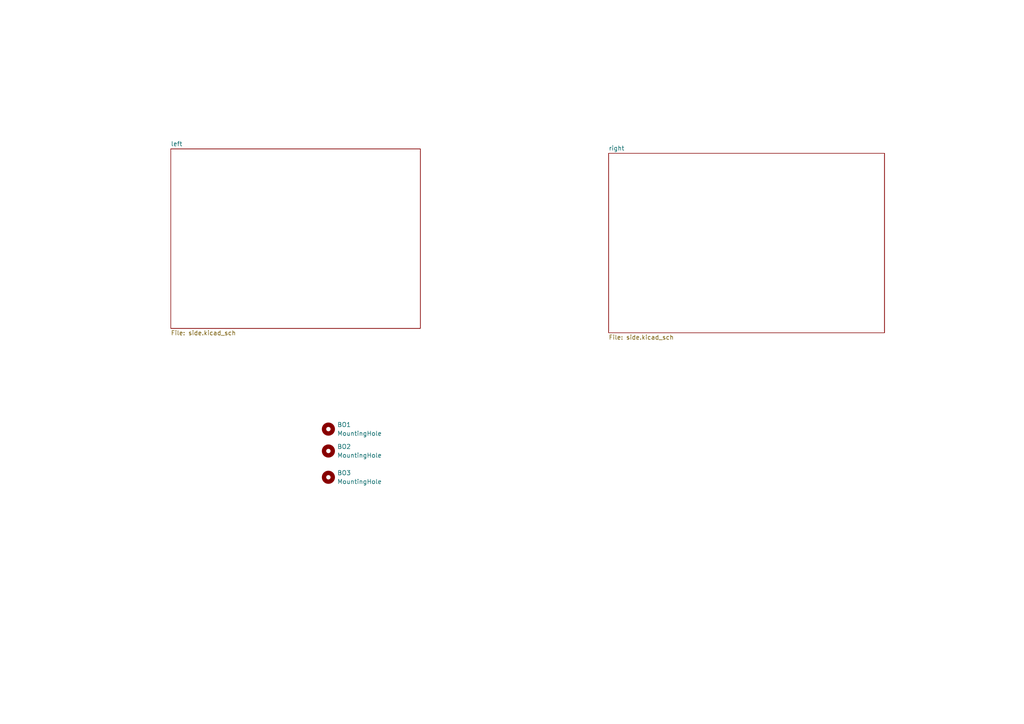
<source format=kicad_sch>
(kicad_sch
	(version 20250114)
	(generator "eeschema")
	(generator_version "9.0")
	(uuid "18320935-f5f5-44bc-bcea-5d42e91181e7")
	(paper "A4")
	(lib_symbols
		(symbol "Mechanical:MountingHole"
			(pin_names
				(offset 1.016)
			)
			(exclude_from_sim no)
			(in_bom no)
			(on_board yes)
			(property "Reference" "H"
				(at 0 5.08 0)
				(effects
					(font
						(size 1.27 1.27)
					)
				)
			)
			(property "Value" "MountingHole"
				(at 0 3.175 0)
				(effects
					(font
						(size 1.27 1.27)
					)
				)
			)
			(property "Footprint" ""
				(at 0 0 0)
				(effects
					(font
						(size 1.27 1.27)
					)
					(hide yes)
				)
			)
			(property "Datasheet" "~"
				(at 0 0 0)
				(effects
					(font
						(size 1.27 1.27)
					)
					(hide yes)
				)
			)
			(property "Description" "Mounting Hole without connection"
				(at 0 0 0)
				(effects
					(font
						(size 1.27 1.27)
					)
					(hide yes)
				)
			)
			(property "ki_keywords" "mounting hole"
				(at 0 0 0)
				(effects
					(font
						(size 1.27 1.27)
					)
					(hide yes)
				)
			)
			(property "ki_fp_filters" "MountingHole*"
				(at 0 0 0)
				(effects
					(font
						(size 1.27 1.27)
					)
					(hide yes)
				)
			)
			(symbol "MountingHole_0_1"
				(circle
					(center 0 0)
					(radius 1.27)
					(stroke
						(width 1.27)
						(type default)
					)
					(fill
						(type none)
					)
				)
			)
			(embedded_fonts no)
		)
	)
	(symbol
		(lib_id "Mechanical:MountingHole")
		(at 95.25 138.43 0)
		(unit 1)
		(exclude_from_sim no)
		(in_bom no)
		(on_board yes)
		(dnp no)
		(fields_autoplaced yes)
		(uuid "5eae7d8f-0dad-4162-a21d-9ee75e0701b5")
		(property "Reference" "BO3"
			(at 97.79 137.1599 0)
			(effects
				(font
					(size 1.27 1.27)
				)
				(justify left)
			)
		)
		(property "Value" "MountingHole"
			(at 97.79 139.6999 0)
			(effects
				(font
					(size 1.27 1.27)
				)
				(justify left)
			)
		)
		(property "Footprint" "panel_2:mouse-bite-5mm-slot"
			(at 95.25 138.43 0)
			(effects
				(font
					(size 1.27 1.27)
				)
				(hide yes)
			)
		)
		(property "Datasheet" "~"
			(at 95.25 138.43 0)
			(effects
				(font
					(size 1.27 1.27)
				)
				(hide yes)
			)
		)
		(property "Description" "Mounting Hole without connection"
			(at 95.25 138.43 0)
			(effects
				(font
					(size 1.27 1.27)
				)
				(hide yes)
			)
		)
		(instances
			(project "splitkeyboard"
				(path "/18320935-f5f5-44bc-bcea-5d42e91181e7"
					(reference "BO3")
					(unit 1)
				)
			)
		)
	)
	(symbol
		(lib_id "Mechanical:MountingHole")
		(at 95.25 124.46 0)
		(unit 1)
		(exclude_from_sim no)
		(in_bom no)
		(on_board yes)
		(dnp no)
		(fields_autoplaced yes)
		(uuid "a833c696-2573-4a52-80ef-a4562d3a5886")
		(property "Reference" "BO1"
			(at 97.79 123.1899 0)
			(effects
				(font
					(size 1.27 1.27)
				)
				(justify left)
			)
		)
		(property "Value" "MountingHole"
			(at 97.79 125.7299 0)
			(effects
				(font
					(size 1.27 1.27)
				)
				(justify left)
			)
		)
		(property "Footprint" "panel_2:mouse-bite-5mm-slot"
			(at 95.25 124.46 0)
			(effects
				(font
					(size 1.27 1.27)
				)
				(hide yes)
			)
		)
		(property "Datasheet" "~"
			(at 95.25 124.46 0)
			(effects
				(font
					(size 1.27 1.27)
				)
				(hide yes)
			)
		)
		(property "Description" "Mounting Hole without connection"
			(at 95.25 124.46 0)
			(effects
				(font
					(size 1.27 1.27)
				)
				(hide yes)
			)
		)
		(instances
			(project "splitkeyboard"
				(path "/18320935-f5f5-44bc-bcea-5d42e91181e7"
					(reference "BO1")
					(unit 1)
				)
			)
		)
	)
	(symbol
		(lib_id "Mechanical:MountingHole")
		(at 95.25 130.81 0)
		(unit 1)
		(exclude_from_sim no)
		(in_bom no)
		(on_board yes)
		(dnp no)
		(fields_autoplaced yes)
		(uuid "e908dd86-666c-4b26-a9f3-6ee208e98466")
		(property "Reference" "BO2"
			(at 97.79 129.5399 0)
			(effects
				(font
					(size 1.27 1.27)
				)
				(justify left)
			)
		)
		(property "Value" "MountingHole"
			(at 97.79 132.0799 0)
			(effects
				(font
					(size 1.27 1.27)
				)
				(justify left)
			)
		)
		(property "Footprint" "panel_2:mouse-bite-5mm-slot"
			(at 95.25 130.81 0)
			(effects
				(font
					(size 1.27 1.27)
				)
				(hide yes)
			)
		)
		(property "Datasheet" "~"
			(at 95.25 130.81 0)
			(effects
				(font
					(size 1.27 1.27)
				)
				(hide yes)
			)
		)
		(property "Description" "Mounting Hole without connection"
			(at 95.25 130.81 0)
			(effects
				(font
					(size 1.27 1.27)
				)
				(hide yes)
			)
		)
		(instances
			(project "splitkeyboard"
				(path "/18320935-f5f5-44bc-bcea-5d42e91181e7"
					(reference "BO2")
					(unit 1)
				)
			)
		)
	)
	(sheet
		(at 176.53 44.45)
		(size 80.01 52.07)
		(exclude_from_sim no)
		(in_bom yes)
		(on_board yes)
		(dnp no)
		(fields_autoplaced yes)
		(stroke
			(width 0.1524)
			(type solid)
		)
		(fill
			(color 0 0 0 0.0000)
		)
		(uuid "a0ff5a8b-a354-40b8-b8ec-8b023635a98c")
		(property "Sheetname" "right"
			(at 176.53 43.7384 0)
			(effects
				(font
					(size 1.27 1.27)
				)
				(justify left bottom)
			)
		)
		(property "Sheetfile" "side.kicad_sch"
			(at 176.53 97.1046 0)
			(effects
				(font
					(size 1.27 1.27)
				)
				(justify left top)
			)
		)
		(instances
			(project "splitkeyboard"
				(path "/18320935-f5f5-44bc-bcea-5d42e91181e7"
					(page "4")
				)
			)
		)
	)
	(sheet
		(at 49.53 43.18)
		(size 72.39 52.07)
		(exclude_from_sim no)
		(in_bom yes)
		(on_board yes)
		(dnp no)
		(fields_autoplaced yes)
		(stroke
			(width 0.1524)
			(type solid)
		)
		(fill
			(color 0 0 0 0.0000)
		)
		(uuid "da37ead3-586f-472a-80ec-12ef17156ed9")
		(property "Sheetname" "left"
			(at 49.53 42.4684 0)
			(effects
				(font
					(size 1.27 1.27)
				)
				(justify left bottom)
			)
		)
		(property "Sheetfile" "side.kicad_sch"
			(at 49.53 95.8346 0)
			(effects
				(font
					(size 1.27 1.27)
				)
				(justify left top)
			)
		)
		(instances
			(project "splitkeyboard"
				(path "/18320935-f5f5-44bc-bcea-5d42e91181e7"
					(page "4")
				)
			)
		)
	)
	(sheet_instances
		(path "/"
			(page "1")
		)
	)
	(embedded_fonts no)
)

</source>
